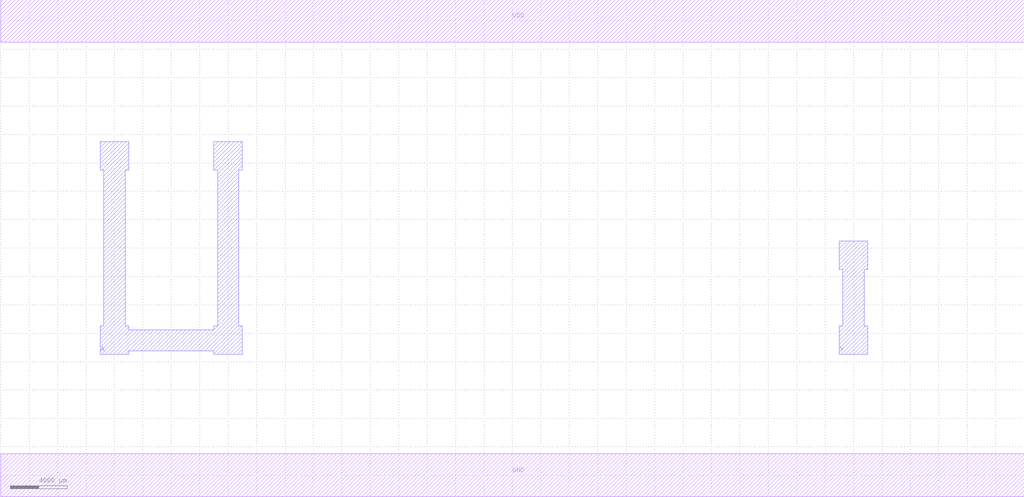
<source format=lef>
MACRO CLKBUF1
 CLASS CORE ;
 ORIGIN 0 0 ;
 FOREIGN CLKBUF1 0 0 ;
 SITE CORE ;
 SYMMETRY X Y R90 ;
  PIN VDD
   DIRECTION INOUT ;
   USE SIGNAL ;
   SHAPE ABUTMENT ;
    PORT
     CLASS CORE ;
       LAYER metal1 ;
        RECT 0.00000000 30500.00000000 72000.00000000 33500.00000000 ;
    END
  END VDD

  PIN GND
   DIRECTION INOUT ;
   USE SIGNAL ;
   SHAPE ABUTMENT ;
    PORT
     CLASS CORE ;
       LAYER metal1 ;
        RECT 0.00000000 -1500.00000000 72000.00000000 1500.00000000 ;
    END
  END GND

  PIN Y
   DIRECTION INOUT ;
   USE SIGNAL ;
   SHAPE ABUTMENT ;
    PORT
     CLASS CORE ;
       LAYER metal2 ;
        POLYGON 59000.00000000 8500.00000000 59000.00000000 10500.00000000 59250.00000000 10500.00000000 59250.00000000 14500.00000000 59000.00000000 14500.00000000 59000.00000000 16500.00000000 61000.00000000 16500.00000000 61000.00000000 14500.00000000 60750.00000000 14500.00000000 60750.00000000 10500.00000000 61000.00000000 10500.00000000 61000.00000000 8500.00000000 ;
    END
  END Y

  PIN A
   DIRECTION INOUT ;
   USE SIGNAL ;
   SHAPE ABUTMENT ;
    PORT
     CLASS CORE ;
       LAYER metal2 ;
        POLYGON 7000.00000000 8500.00000000 7000.00000000 10500.00000000 7250.00000000 10500.00000000 7250.00000000 21500.00000000 7000.00000000 21500.00000000 7000.00000000 23500.00000000 9000.00000000 23500.00000000 9000.00000000 21500.00000000 8750.00000000 21500.00000000 8750.00000000 10500.00000000 9000.00000000 10500.00000000 9000.00000000 10250.00000000 15000.00000000 10250.00000000 15000.00000000 10500.00000000 15250.00000000 10500.00000000 15250.00000000 21500.00000000 15000.00000000 21500.00000000 15000.00000000 23500.00000000 17000.00000000 23500.00000000 17000.00000000 21500.00000000 16750.00000000 21500.00000000 16750.00000000 10500.00000000 17000.00000000 10500.00000000 17000.00000000 8500.00000000 15000.00000000 8500.00000000 15000.00000000 8750.00000000 9000.00000000 8750.00000000 9000.00000000 8500.00000000 ;
    END
  END A


END CLKBUF1

</source>
